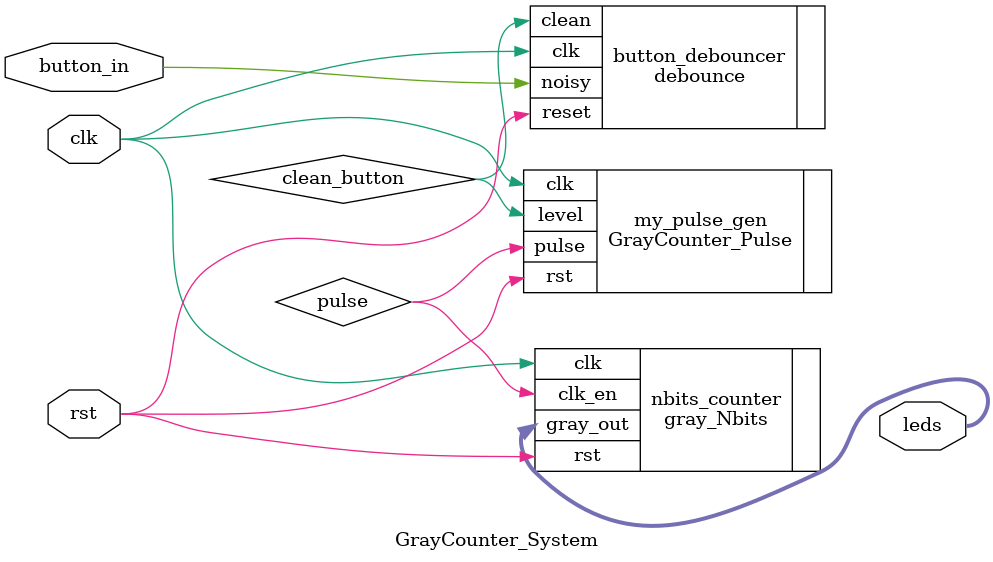
<source format=v>
`timescale 1ns / 1ps
module GrayCounter_System(clk, rst, button_in, leds);
  parameter N = 8;
  parameter distance = 100000000;// How much for 1 Hz when clk period is 10 ns?
  input clk, rst, button_in;
  output [N-1:0] leds;
  wire pulse;
  wire clean_button;
    
    
    debounce button_debouncer(.reset(rst), .clk(clk), .noisy(button_in), .clean(clean_button));
    
  // Instantiation of the GrayCounter_Pulse 
  // Here
    GrayCounter_Pulse my_pulse_gen(.clk(clk), .rst(rst), .level(clean_button), .pulse(pulse));
  // Instantiation of the gray_Nbits 
  // Here
    gray_Nbits nbits_counter(.clk(clk), .clk_en(pulse), .rst(rst), .gray_out(leds));


endmodule

</source>
